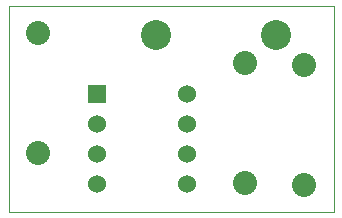
<source format=gbr>
G04 PROTEUS GERBER X2 FILE*
%TF.GenerationSoftware,Labcenter,Proteus,8.17-SP2-Build37159*%
%TF.CreationDate,2025-10-11T08:53:27+00:00*%
%TF.FileFunction,Soldermask,Bot*%
%TF.FilePolarity,Negative*%
%TF.Part,Single*%
%TF.SameCoordinates,{a55e4d6c-05e1-4aca-87d3-cb5da3fea1e9}*%
%FSLAX45Y45*%
%MOMM*%
G01*
%AMPPAD008*
4,1,36,
0.762000,0.635000,
0.762000,-0.635000,
0.759420,-0.660590,
0.752020,-0.684430,
0.740310,-0.706000,
0.724800,-0.724800,
0.706000,-0.740310,
0.684430,-0.752020,
0.660590,-0.759420,
0.635000,-0.762000,
-0.635000,-0.762000,
-0.660590,-0.759420,
-0.684430,-0.752020,
-0.706000,-0.740310,
-0.724800,-0.724800,
-0.740310,-0.706000,
-0.752020,-0.684430,
-0.759420,-0.660590,
-0.762000,-0.635000,
-0.762000,0.635000,
-0.759420,0.660590,
-0.752020,0.684430,
-0.740310,0.706000,
-0.724800,0.724800,
-0.706000,0.740310,
-0.684430,0.752020,
-0.660590,0.759420,
-0.635000,0.762000,
0.635000,0.762000,
0.660590,0.759420,
0.684430,0.752020,
0.706000,0.740310,
0.724800,0.724800,
0.740310,0.706000,
0.752020,0.684430,
0.759420,0.660590,
0.762000,0.635000,
0*%
%TA.AperFunction,Material*%
%ADD18PPAD008*%
%ADD19C,1.524000*%
%TA.AperFunction,Material*%
%ADD71C,2.540000*%
%ADD20C,2.032000*%
%TA.AperFunction,Profile*%
%ADD16C,0.101600*%
%TD.AperFunction*%
D18*
X-2000000Y+1000000D03*
D19*
X-2000000Y+746000D03*
X-2000000Y+492000D03*
X-2000000Y+238000D03*
X-1238000Y+238000D03*
X-1238000Y+492000D03*
X-1238000Y+746000D03*
X-1238000Y+1000000D03*
D71*
X-1500000Y+1500000D03*
X-484000Y+1500000D03*
D20*
X-750000Y+250000D03*
X-750000Y+1266000D03*
X-2500000Y+500000D03*
X-2500000Y+1516000D03*
X-250000Y+234000D03*
X-250000Y+1250000D03*
D16*
X-2750000Y+0D02*
X+0Y+0D01*
X+0Y+1750000D01*
X-2750000Y+1750000D01*
X-2750000Y+0D01*
M02*

</source>
